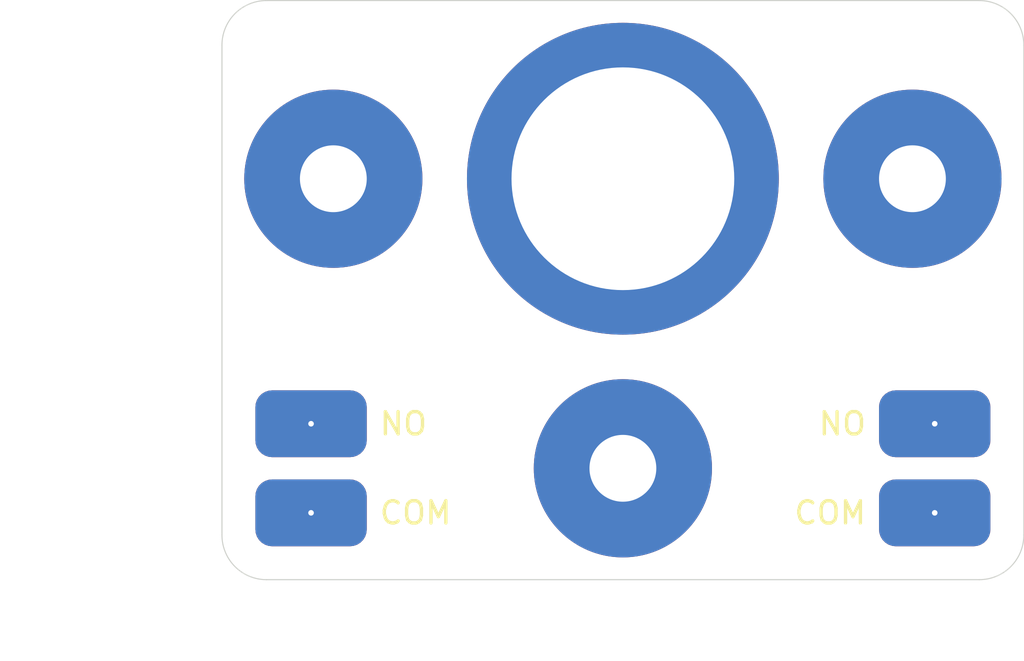
<source format=kicad_pcb>
(kicad_pcb (version 20171130) (host pcbnew 5.1.9+dfsg1-1)

  (general
    (thickness 1.6)
    (drawings 16)
    (tracks 0)
    (zones 0)
    (modules 6)
    (nets 3)
  )

  (page A4)
  (layers
    (0 F.Cu signal)
    (1 In1.Cu signal)
    (2 In2.Cu signal)
    (31 B.Cu signal)
    (32 B.Adhes user)
    (33 F.Adhes user)
    (34 B.Paste user)
    (35 F.Paste user)
    (36 B.SilkS user)
    (37 F.SilkS user)
    (38 B.Mask user)
    (39 F.Mask user)
    (40 Dwgs.User user)
    (41 Cmts.User user)
    (42 Eco1.User user)
    (43 Eco2.User user)
    (44 Edge.Cuts user)
    (45 Margin user)
    (46 B.CrtYd user)
    (47 F.CrtYd user)
    (48 B.Fab user)
    (49 F.Fab user)
  )

  (setup
    (last_trace_width 0.25)
    (user_trace_width 0.5)
    (trace_clearance 0.2)
    (zone_clearance 0.508)
    (zone_45_only no)
    (trace_min 0.2)
    (via_size 0.8)
    (via_drill 0.4)
    (via_min_size 0.4)
    (via_min_drill 0.3)
    (user_via 2 1)
    (uvia_size 0.3)
    (uvia_drill 0.1)
    (uvias_allowed no)
    (uvia_min_size 0.2)
    (uvia_min_drill 0.1)
    (edge_width 0.05)
    (segment_width 0.2)
    (pcb_text_width 0.3)
    (pcb_text_size 1.5 1.5)
    (mod_edge_width 0.12)
    (mod_text_size 1 1)
    (mod_text_width 0.15)
    (pad_size 1.524 1.524)
    (pad_drill 0.762)
    (pad_to_mask_clearance 0)
    (aux_axis_origin 0 0)
    (visible_elements FFFFFF7F)
    (pcbplotparams
      (layerselection 0x010fc_ffffffff)
      (usegerberextensions false)
      (usegerberattributes true)
      (usegerberadvancedattributes true)
      (creategerberjobfile true)
      (excludeedgelayer true)
      (linewidth 0.100000)
      (plotframeref false)
      (viasonmask false)
      (mode 1)
      (useauxorigin false)
      (hpglpennumber 1)
      (hpglpenspeed 20)
      (hpglpendiameter 15.000000)
      (psnegative false)
      (psa4output false)
      (plotreference true)
      (plotvalue true)
      (plotinvisibletext false)
      (padsonsilk false)
      (subtractmaskfromsilk false)
      (outputformat 1)
      (mirror false)
      (drillshape 1)
      (scaleselection 1)
      (outputdirectory ""))
  )

  (net 0 "")
  (net 1 "Net-(J1-Pad1)")
  (net 2 "Net-(J1-Pad2)")

  (net_class Default "This is the default net class."
    (clearance 0.2)
    (trace_width 0.25)
    (via_dia 0.8)
    (via_drill 0.4)
    (uvia_dia 0.3)
    (uvia_drill 0.1)
    (add_net "Net-(J1-Pad1)")
    (add_net "Net-(J1-Pad2)")
  )

  (module custom-footprints:m3-d8-mounting-hole (layer F.Cu) (tedit 63D220FC) (tstamp 63D27EA1)
    (at 67 90)
    (path /63D22A0B)
    (fp_text reference J3 (at 0 0.5) (layer F.SilkS) hide
      (effects (font (size 1 1) (thickness 0.15)))
    )
    (fp_text value BOLT_HOLE (at 0 -0.5) (layer F.Fab)
      (effects (font (size 1 1) (thickness 0.15)))
    )
    (pad 1 thru_hole circle (at 0 0) (size 8 8) (drill 3) (layers *.Cu *.Mask)
      (net 2 "Net-(J1-Pad2)"))
  )

  (module custom-footprints:m3-d8-mounting-hole (layer F.Cu) (tedit 63D220FC) (tstamp 63D27EA6)
    (at 80 103)
    (path /63D235F1)
    (fp_text reference J4 (at 0 0.5) (layer F.SilkS) hide
      (effects (font (size 1 1) (thickness 0.15)))
    )
    (fp_text value BOLT_HOLE (at 0 -0.5) (layer F.Fab)
      (effects (font (size 1 1) (thickness 0.15)))
    )
    (pad 1 thru_hole circle (at 0 0) (size 8 8) (drill 3) (layers *.Cu *.Mask)
      (net 2 "Net-(J1-Pad2)"))
  )

  (module custom-footprints:m3-d8-mounting-hole (layer F.Cu) (tedit 63D220FC) (tstamp 63D27EAB)
    (at 93 90)
    (path /63D238E6)
    (fp_text reference J5 (at 0 0.5) (layer F.SilkS) hide
      (effects (font (size 1 1) (thickness 0.15)))
    )
    (fp_text value BOLT_HOLE (at 0 -0.5) (layer F.Fab)
      (effects (font (size 1 1) (thickness 0.15)))
    )
    (pad 1 thru_hole circle (at 0 0) (size 8 8) (drill 3) (layers *.Cu *.Mask)
      (net 2 "Net-(J1-Pad2)"))
  )

  (module custom-footprints:m4-d14-nut-outer-ring- (layer F.Cu) (tedit 63D22189) (tstamp 63D27EB0)
    (at 80 90)
    (path /63D23BA4)
    (fp_text reference J6 (at 0 0.5) (layer F.SilkS) hide
      (effects (font (size 1 1) (thickness 0.15)))
    )
    (fp_text value RING_HOLE (at 0 -0.5) (layer F.Fab)
      (effects (font (size 1 1) (thickness 0.15)))
    )
    (pad 1 thru_hole circle (at 0 0) (size 14 14) (drill 10) (layers *.Cu *.Mask)
      (net 1 "Net-(J1-Pad1)"))
  )

  (module custom-footprints:solder-pin-th-2pin (layer F.Cu) (tedit 63D230B7) (tstamp 63D28819)
    (at 66 101 270)
    (path /63D21D6A)
    (fp_text reference J1 (at -3 2 90) (layer F.SilkS) hide
      (effects (font (size 1 1) (thickness 0.15)))
    )
    (fp_text value Conn_01x02_Female (at 0 -0.5 90) (layer F.Fab)
      (effects (font (size 1 1) (thickness 0.15)))
    )
    (pad 1 thru_hole roundrect (at 0 0 270) (size 3 5) (drill 0.25) (layers *.Cu *.Mask) (roundrect_rratio 0.25)
      (net 1 "Net-(J1-Pad1)"))
    (pad 2 thru_hole roundrect (at 4 0 270) (size 3 5) (drill 0.25) (layers *.Cu *.Mask) (roundrect_rratio 0.25)
      (net 2 "Net-(J1-Pad2)"))
  )

  (module custom-footprints:solder-pin-th-2pin (layer F.Cu) (tedit 63D230B7) (tstamp 63D2881F)
    (at 94 101 270)
    (path /63D22128)
    (fp_text reference J2 (at 0 0.5 90) (layer F.SilkS) hide
      (effects (font (size 1 1) (thickness 0.15)))
    )
    (fp_text value Conn_01x02_Female (at 0 -0.5 90) (layer F.Fab)
      (effects (font (size 1 1) (thickness 0.15)))
    )
    (pad 2 thru_hole roundrect (at 4 0 270) (size 3 5) (drill 0.25) (layers *.Cu *.Mask) (roundrect_rratio 0.25)
      (net 2 "Net-(J1-Pad2)"))
    (pad 1 thru_hole roundrect (at 0 0 270) (size 3 5) (drill 0.25) (layers *.Cu *.Mask) (roundrect_rratio 0.25)
      (net 1 "Net-(J1-Pad1)"))
  )

  (dimension 8 (width 0.15) (layer Dwgs.User)
    (gr_text "8.000 mm" (at 76 110.3) (layer Dwgs.User)
      (effects (font (size 1 1) (thickness 0.15)))
    )
    (feature1 (pts (xy 72 103) (xy 72 109.586421)))
    (feature2 (pts (xy 80 103) (xy 80 109.586421)))
    (crossbar (pts (xy 80 109) (xy 72 109)))
    (arrow1a (pts (xy 72 109) (xy 73.126504 108.413579)))
    (arrow1b (pts (xy 72 109) (xy 73.126504 109.586421)))
    (arrow2a (pts (xy 80 109) (xy 78.873496 108.413579)))
    (arrow2b (pts (xy 80 109) (xy 78.873496 109.586421)))
  )
  (dimension 8 (width 0.15) (layer Dwgs.User)
    (gr_text "8.000 mm" (at 55.7 94 270) (layer Dwgs.User)
      (effects (font (size 1 1) (thickness 0.15)))
    )
    (feature1 (pts (xy 67 98) (xy 56.413579 98)))
    (feature2 (pts (xy 67 90) (xy 56.413579 90)))
    (crossbar (pts (xy 57 90) (xy 57 98)))
    (arrow1a (pts (xy 57 98) (xy 56.413579 96.873496)))
    (arrow1b (pts (xy 57 98) (xy 57.586421 96.873496)))
    (arrow2a (pts (xy 57 90) (xy 56.413579 91.126504)))
    (arrow2b (pts (xy 57 90) (xy 57.586421 91.126504)))
  )
  (dimension 10 (width 0.15) (layer Dwgs.User)
    (gr_text "10.000 mm" (at 55.7 103 90) (layer Dwgs.User)
      (effects (font (size 1 1) (thickness 0.15)))
    )
    (feature1 (pts (xy 62 98) (xy 56.413579 98)))
    (feature2 (pts (xy 62 108) (xy 56.413579 108)))
    (crossbar (pts (xy 57 108) (xy 57 98)))
    (arrow1a (pts (xy 57 98) (xy 57.586421 99.126504)))
    (arrow1b (pts (xy 57 98) (xy 56.413579 99.126504)))
    (arrow2a (pts (xy 57 108) (xy 57.586421 106.873496)))
    (arrow2b (pts (xy 57 108) (xy 56.413579 106.873496)))
  )
  (dimension 10 (width 0.15) (layer Dwgs.User)
    (gr_text "10.000 mm" (at 67 112.3) (layer Dwgs.User)
      (effects (font (size 1 1) (thickness 0.15)))
    )
    (feature1 (pts (xy 72 108) (xy 72 111.586421)))
    (feature2 (pts (xy 62 108) (xy 62 111.586421)))
    (crossbar (pts (xy 62 111) (xy 72 111)))
    (arrow1a (pts (xy 72 111) (xy 70.873496 111.586421)))
    (arrow1b (pts (xy 72 111) (xy 70.873496 110.413579)))
    (arrow2a (pts (xy 62 111) (xy 63.126504 111.586421)))
    (arrow2b (pts (xy 62 111) (xy 63.126504 110.413579)))
  )
  (gr_text COM (at 91 105) (layer F.SilkS)
    (effects (font (size 1 1) (thickness 0.15)) (justify right))
  )
  (gr_text COM (at 69 105) (layer F.SilkS)
    (effects (font (size 1 1) (thickness 0.15)) (justify left))
  )
  (gr_text NO (at 91 101) (layer F.SilkS)
    (effects (font (size 1 1) (thickness 0.15)) (justify right))
  )
  (gr_text NO (at 69 101) (layer F.SilkS)
    (effects (font (size 1 1) (thickness 0.15)) (justify left))
  )
  (gr_arc (start 96 106) (end 96 108) (angle -90) (layer Edge.Cuts) (width 0.05))
  (gr_line (start 98 84) (end 98 106) (layer Edge.Cuts) (width 0.05))
  (gr_line (start 64 108) (end 96 108) (layer Edge.Cuts) (width 0.05))
  (gr_line (start 62 84) (end 62 106) (layer Edge.Cuts) (width 0.05) (tstamp 63D27F73))
  (gr_arc (start 64 106) (end 62 106) (angle -90) (layer Edge.Cuts) (width 0.05))
  (gr_line (start 64 82) (end 96 82) (layer Edge.Cuts) (width 0.05) (tstamp 63D27F72))
  (gr_arc (start 96 84) (end 98 84) (angle -90) (layer Edge.Cuts) (width 0.05))
  (gr_arc (start 64 84) (end 64 82) (angle -90) (layer Edge.Cuts) (width 0.05))

  (zone (net 2) (net_name "Net-(J1-Pad2)") (layer In1.Cu) (tstamp 63D2889B) (hatch edge 0.508)
    (connect_pads (clearance 0.508))
    (min_thickness 0.254)
    (fill yes (arc_segments 32) (thermal_gap 0.508) (thermal_bridge_width 0.508))
    (polygon
      (pts
        (xy 98 108) (xy 62 108) (xy 62 82) (xy 98 82)
      )
    )
    (filled_polygon
      (pts
        (xy 76.383471 83.23395) (xy 75.132971 84.069508) (xy 74.069508 85.132971) (xy 73.23395 86.383471) (xy 72.658408 87.772953)
        (xy 72.365 89.248018) (xy 72.365 90.751982) (xy 72.658408 92.227047) (xy 73.23395 93.616529) (xy 74.069508 94.867029)
        (xy 75.132971 95.930492) (xy 76.383471 96.76605) (xy 77.772953 97.341592) (xy 79.248018 97.635) (xy 80.751982 97.635)
        (xy 82.227047 97.341592) (xy 83.616529 96.76605) (xy 84.867029 95.930492) (xy 85.930492 94.867029) (xy 86.76605 93.616529)
        (xy 86.90976 93.26958) (xy 89.910025 93.26958) (xy 90.366197 93.841185) (xy 91.166183 94.281207) (xy 92.036641 94.556704)
        (xy 92.944121 94.657091) (xy 93.853748 94.578508) (xy 94.730566 94.323975) (xy 95.540879 93.903275) (xy 95.633803 93.841185)
        (xy 96.089975 93.26958) (xy 93 90.179605) (xy 89.910025 93.26958) (xy 86.90976 93.26958) (xy 87.341592 92.227047)
        (xy 87.635 90.751982) (xy 87.635 89.944121) (xy 88.342909 89.944121) (xy 88.421492 90.853748) (xy 88.676025 91.730566)
        (xy 89.096725 92.540879) (xy 89.158815 92.633803) (xy 89.73042 93.089975) (xy 92.820395 90) (xy 89.73042 86.910025)
        (xy 89.158815 87.366197) (xy 88.718793 88.166183) (xy 88.443296 89.036641) (xy 88.342909 89.944121) (xy 87.635 89.944121)
        (xy 87.635 89.248018) (xy 87.341592 87.772953) (xy 86.909761 86.73042) (xy 89.910025 86.73042) (xy 93 89.820395)
        (xy 96.089975 86.73042) (xy 95.633803 86.158815) (xy 94.833817 85.718793) (xy 93.963359 85.443296) (xy 93.055879 85.342909)
        (xy 92.146252 85.421492) (xy 91.269434 85.676025) (xy 90.459121 86.096725) (xy 90.366197 86.158815) (xy 89.910025 86.73042)
        (xy 86.909761 86.73042) (xy 86.76605 86.383471) (xy 85.930492 85.132971) (xy 84.867029 84.069508) (xy 83.616529 83.23395)
        (xy 82.23089 82.66) (xy 95.967721 82.66) (xy 96.259659 82.688625) (xy 96.509429 82.764035) (xy 96.739792 82.886522)
        (xy 96.94198 83.051422) (xy 97.108286 83.25245) (xy 97.232378 83.481954) (xy 97.309531 83.731195) (xy 97.34 84.021089)
        (xy 97.34 88.324638) (xy 97.323975 88.269434) (xy 96.903275 87.459121) (xy 96.841185 87.366197) (xy 96.26958 86.910025)
        (xy 93.179605 90) (xy 96.26958 93.089975) (xy 96.841185 92.633803) (xy 97.281207 91.833817) (xy 97.34 91.648054)
        (xy 97.340001 105.967711) (xy 97.311375 106.25966) (xy 97.235965 106.509429) (xy 97.113477 106.739794) (xy 97.050709 106.816755)
        (xy 97.089502 106.74418) (xy 97.125812 106.624482) (xy 97.138072 106.5) (xy 97.135 105.28575) (xy 96.97625 105.127)
        (xy 94.127 105.127) (xy 94.127 106.97625) (xy 94.28575 107.135) (xy 96.5 107.138072) (xy 96.624482 107.125812)
        (xy 96.74418 107.089502) (xy 96.817862 107.050117) (xy 96.747546 107.108288) (xy 96.518046 107.232378) (xy 96.268805 107.309531)
        (xy 95.978911 107.34) (xy 81.675363 107.34) (xy 81.730566 107.323975) (xy 82.540879 106.903275) (xy 82.633803 106.841185)
        (xy 82.906087 106.5) (xy 90.861928 106.5) (xy 90.874188 106.624482) (xy 90.910498 106.74418) (xy 90.969463 106.854494)
        (xy 91.048815 106.951185) (xy 91.145506 107.030537) (xy 91.25582 107.089502) (xy 91.375518 107.125812) (xy 91.5 107.138072)
        (xy 93.71425 107.135) (xy 93.873 106.97625) (xy 93.873 105.127) (xy 91.02375 105.127) (xy 90.865 105.28575)
        (xy 90.861928 106.5) (xy 82.906087 106.5) (xy 83.089975 106.26958) (xy 80 103.179605) (xy 76.910025 106.26958)
        (xy 77.366197 106.841185) (xy 78.166183 107.281207) (xy 78.351945 107.34) (xy 64.032279 107.34) (xy 63.74034 107.311375)
        (xy 63.490571 107.235965) (xy 63.260206 107.113477) (xy 63.183245 107.050709) (xy 63.25582 107.089502) (xy 63.375518 107.125812)
        (xy 63.5 107.138072) (xy 65.71425 107.135) (xy 65.873 106.97625) (xy 65.873 105.127) (xy 66.127 105.127)
        (xy 66.127 106.97625) (xy 66.28575 107.135) (xy 68.5 107.138072) (xy 68.624482 107.125812) (xy 68.74418 107.089502)
        (xy 68.854494 107.030537) (xy 68.951185 106.951185) (xy 69.030537 106.854494) (xy 69.089502 106.74418) (xy 69.125812 106.624482)
        (xy 69.138072 106.5) (xy 69.135 105.28575) (xy 68.97625 105.127) (xy 66.127 105.127) (xy 65.873 105.127)
        (xy 63.02375 105.127) (xy 62.865 105.28575) (xy 62.861928 106.5) (xy 62.874188 106.624482) (xy 62.910498 106.74418)
        (xy 62.949883 106.817862) (xy 62.891712 106.747546) (xy 62.767622 106.518046) (xy 62.690469 106.268805) (xy 62.66 105.978911)
        (xy 62.66 100.25) (xy 62.861928 100.25) (xy 62.861928 101.75) (xy 62.888599 102.020799) (xy 62.967589 102.281192)
        (xy 63.09586 102.521171) (xy 63.268485 102.731515) (xy 63.435173 102.868313) (xy 63.375518 102.874188) (xy 63.25582 102.910498)
        (xy 63.145506 102.969463) (xy 63.048815 103.048815) (xy 62.969463 103.145506) (xy 62.910498 103.25582) (xy 62.874188 103.375518)
        (xy 62.861928 103.5) (xy 62.865 104.71425) (xy 63.02375 104.873) (xy 65.873 104.873) (xy 65.873 104.853)
        (xy 66.127 104.853) (xy 66.127 104.873) (xy 68.97625 104.873) (xy 69.135 104.71425) (xy 69.138072 103.5)
        (xy 69.125812 103.375518) (xy 69.089502 103.25582) (xy 69.030537 103.145506) (xy 68.951185 103.048815) (xy 68.854494 102.969463)
        (xy 68.807084 102.944121) (xy 75.342909 102.944121) (xy 75.421492 103.853748) (xy 75.676025 104.730566) (xy 76.096725 105.540879)
        (xy 76.158815 105.633803) (xy 76.73042 106.089975) (xy 79.820395 103) (xy 80.179605 103) (xy 83.26958 106.089975)
        (xy 83.841185 105.633803) (xy 84.281207 104.833817) (xy 84.556704 103.963359) (xy 84.657091 103.055879) (xy 84.578508 102.146252)
        (xy 84.323975 101.269434) (xy 83.903275 100.459121) (xy 83.841185 100.366197) (xy 83.695585 100.25) (xy 90.861928 100.25)
        (xy 90.861928 101.75) (xy 90.888599 102.020799) (xy 90.967589 102.281192) (xy 91.09586 102.521171) (xy 91.268485 102.731515)
        (xy 91.435173 102.868313) (xy 91.375518 102.874188) (xy 91.25582 102.910498) (xy 91.145506 102.969463) (xy 91.048815 103.048815)
        (xy 90.969463 103.145506) (xy 90.910498 103.25582) (xy 90.874188 103.375518) (xy 90.861928 103.5) (xy 90.865 104.71425)
        (xy 91.02375 104.873) (xy 93.873 104.873) (xy 93.873 104.853) (xy 94.127 104.853) (xy 94.127 104.873)
        (xy 96.97625 104.873) (xy 97.135 104.71425) (xy 97.138072 103.5) (xy 97.125812 103.375518) (xy 97.089502 103.25582)
        (xy 97.030537 103.145506) (xy 96.951185 103.048815) (xy 96.854494 102.969463) (xy 96.74418 102.910498) (xy 96.624482 102.874188)
        (xy 96.564827 102.868313) (xy 96.731515 102.731515) (xy 96.90414 102.521171) (xy 97.032411 102.281192) (xy 97.111401 102.020799)
        (xy 97.138072 101.75) (xy 97.138072 100.25) (xy 97.111401 99.979201) (xy 97.032411 99.718808) (xy 96.90414 99.478829)
        (xy 96.731515 99.268485) (xy 96.521171 99.09586) (xy 96.281192 98.967589) (xy 96.020799 98.888599) (xy 95.75 98.861928)
        (xy 92.25 98.861928) (xy 91.979201 98.888599) (xy 91.718808 98.967589) (xy 91.478829 99.09586) (xy 91.268485 99.268485)
        (xy 91.09586 99.478829) (xy 90.967589 99.718808) (xy 90.888599 99.979201) (xy 90.861928 100.25) (xy 83.695585 100.25)
        (xy 83.26958 99.910025) (xy 80.179605 103) (xy 79.820395 103) (xy 76.73042 99.910025) (xy 76.158815 100.366197)
        (xy 75.718793 101.166183) (xy 75.443296 102.036641) (xy 75.342909 102.944121) (xy 68.807084 102.944121) (xy 68.74418 102.910498)
        (xy 68.624482 102.874188) (xy 68.564827 102.868313) (xy 68.731515 102.731515) (xy 68.90414 102.521171) (xy 69.032411 102.281192)
        (xy 69.111401 102.020799) (xy 69.138072 101.75) (xy 69.138072 100.25) (xy 69.111401 99.979201) (xy 69.035934 99.73042)
        (xy 76.910025 99.73042) (xy 80 102.820395) (xy 83.089975 99.73042) (xy 82.633803 99.158815) (xy 81.833817 98.718793)
        (xy 80.963359 98.443296) (xy 80.055879 98.342909) (xy 79.146252 98.421492) (xy 78.269434 98.676025) (xy 77.459121 99.096725)
        (xy 77.366197 99.158815) (xy 76.910025 99.73042) (xy 69.035934 99.73042) (xy 69.032411 99.718808) (xy 68.90414 99.478829)
        (xy 68.731515 99.268485) (xy 68.521171 99.09586) (xy 68.281192 98.967589) (xy 68.020799 98.888599) (xy 67.75 98.861928)
        (xy 64.25 98.861928) (xy 63.979201 98.888599) (xy 63.718808 98.967589) (xy 63.478829 99.09586) (xy 63.268485 99.268485)
        (xy 63.09586 99.478829) (xy 62.967589 99.718808) (xy 62.888599 99.979201) (xy 62.861928 100.25) (xy 62.66 100.25)
        (xy 62.66 93.26958) (xy 63.910025 93.26958) (xy 64.366197 93.841185) (xy 65.166183 94.281207) (xy 66.036641 94.556704)
        (xy 66.944121 94.657091) (xy 67.853748 94.578508) (xy 68.730566 94.323975) (xy 69.540879 93.903275) (xy 69.633803 93.841185)
        (xy 70.089975 93.26958) (xy 67 90.179605) (xy 63.910025 93.26958) (xy 62.66 93.26958) (xy 62.66 91.675363)
        (xy 62.676025 91.730566) (xy 63.096725 92.540879) (xy 63.158815 92.633803) (xy 63.73042 93.089975) (xy 66.820395 90)
        (xy 67.179605 90) (xy 70.26958 93.089975) (xy 70.841185 92.633803) (xy 71.281207 91.833817) (xy 71.556704 90.963359)
        (xy 71.657091 90.055879) (xy 71.578508 89.146252) (xy 71.323975 88.269434) (xy 70.903275 87.459121) (xy 70.841185 87.366197)
        (xy 70.26958 86.910025) (xy 67.179605 90) (xy 66.820395 90) (xy 63.73042 86.910025) (xy 63.158815 87.366197)
        (xy 62.718793 88.166183) (xy 62.66 88.351945) (xy 62.66 86.73042) (xy 63.910025 86.73042) (xy 67 89.820395)
        (xy 70.089975 86.73042) (xy 69.633803 86.158815) (xy 68.833817 85.718793) (xy 67.963359 85.443296) (xy 67.055879 85.342909)
        (xy 66.146252 85.421492) (xy 65.269434 85.676025) (xy 64.459121 86.096725) (xy 64.366197 86.158815) (xy 63.910025 86.73042)
        (xy 62.66 86.73042) (xy 62.66 84.032279) (xy 62.688625 83.740341) (xy 62.764035 83.490571) (xy 62.886522 83.260208)
        (xy 63.051422 83.05802) (xy 63.25245 82.891714) (xy 63.481954 82.767622) (xy 63.731195 82.690469) (xy 64.021088 82.66)
        (xy 77.76911 82.66)
      )
    )
  )
  (zone (net 1) (net_name "Net-(J1-Pad1)") (layer In2.Cu) (tstamp 63D28898) (hatch edge 0.508)
    (connect_pads (clearance 0.508))
    (min_thickness 0.254)
    (fill yes (arc_segments 32) (thermal_gap 0.508) (thermal_bridge_width 0.508))
    (polygon
      (pts
        (xy 98 108) (xy 62 108) (xy 62 82) (xy 98 82)
      )
    )
    (filled_polygon
      (pts
        (xy 77.225824 82.847193) (xy 75.883686 83.525847) (xy 75.593908 83.71947) (xy 74.777932 84.598326) (xy 80 89.820395)
        (xy 85.222068 84.598326) (xy 84.406092 83.71947) (xy 83.09616 82.980563) (xy 82.119812 82.66) (xy 95.967721 82.66)
        (xy 96.259659 82.688625) (xy 96.509429 82.764035) (xy 96.739792 82.886522) (xy 96.94198 83.051422) (xy 97.108286 83.25245)
        (xy 97.232378 83.481954) (xy 97.309531 83.731195) (xy 97.34 84.021089) (xy 97.34 88.365847) (xy 97.107484 87.804504)
        (xy 96.60024 87.04536) (xy 95.95464 86.39976) (xy 95.195496 85.892516) (xy 94.35198 85.54312) (xy 93.456508 85.365)
        (xy 92.543492 85.365) (xy 91.64802 85.54312) (xy 90.804504 85.892516) (xy 90.04536 86.39976) (xy 89.39976 87.04536)
        (xy 88.892516 87.804504) (xy 88.54312 88.64802) (xy 88.365 89.543492) (xy 88.365 90.456508) (xy 88.54312 91.35198)
        (xy 88.892516 92.195496) (xy 89.39976 92.95464) (xy 90.04536 93.60024) (xy 90.804504 94.107484) (xy 91.64802 94.45688)
        (xy 92.543492 94.635) (xy 93.456508 94.635) (xy 94.35198 94.45688) (xy 95.195496 94.107484) (xy 95.95464 93.60024)
        (xy 96.60024 92.95464) (xy 97.107484 92.195496) (xy 97.34 91.634153) (xy 97.340001 105.967711) (xy 97.311375 106.25966)
        (xy 97.235965 106.509429) (xy 97.113477 106.739794) (xy 96.948579 106.941979) (xy 96.747546 107.108288) (xy 96.518046 107.232378)
        (xy 96.268805 107.309531) (xy 95.978911 107.34) (xy 81.634153 107.34) (xy 82.195496 107.107484) (xy 82.95464 106.60024)
        (xy 83.60024 105.95464) (xy 84.107484 105.195496) (xy 84.45688 104.35198) (xy 84.635 103.456508) (xy 84.635 102.543492)
        (xy 84.626349 102.5) (xy 90.861928 102.5) (xy 90.874188 102.624482) (xy 90.910498 102.74418) (xy 90.969463 102.854494)
        (xy 91.048815 102.951185) (xy 91.145506 103.030537) (xy 91.25582 103.089502) (xy 91.375518 103.125812) (xy 91.435173 103.131687)
        (xy 91.268485 103.268485) (xy 91.09586 103.478829) (xy 90.967589 103.718808) (xy 90.888599 103.979201) (xy 90.861928 104.25)
        (xy 90.861928 105.75) (xy 90.888599 106.020799) (xy 90.967589 106.281192) (xy 91.09586 106.521171) (xy 91.268485 106.731515)
        (xy 91.478829 106.90414) (xy 91.718808 107.032411) (xy 91.979201 107.111401) (xy 92.25 107.138072) (xy 95.75 107.138072)
        (xy 96.020799 107.111401) (xy 96.281192 107.032411) (xy 96.521171 106.90414) (xy 96.731515 106.731515) (xy 96.90414 106.521171)
        (xy 97.032411 106.281192) (xy 97.111401 106.020799) (xy 97.138072 105.75) (xy 97.138072 104.25) (xy 97.111401 103.979201)
        (xy 97.032411 103.718808) (xy 96.90414 103.478829) (xy 96.731515 103.268485) (xy 96.564827 103.131687) (xy 96.624482 103.125812)
        (xy 96.74418 103.089502) (xy 96.854494 103.030537) (xy 96.951185 102.951185) (xy 97.030537 102.854494) (xy 97.089502 102.74418)
        (xy 97.125812 102.624482) (xy 97.138072 102.5) (xy 97.135 101.28575) (xy 96.97625 101.127) (xy 94.127 101.127)
        (xy 94.127 101.147) (xy 93.873 101.147) (xy 93.873 101.127) (xy 91.02375 101.127) (xy 90.865 101.28575)
        (xy 90.861928 102.5) (xy 84.626349 102.5) (xy 84.45688 101.64802) (xy 84.107484 100.804504) (xy 83.60024 100.04536)
        (xy 83.05488 99.5) (xy 90.861928 99.5) (xy 90.865 100.71425) (xy 91.02375 100.873) (xy 93.873 100.873)
        (xy 93.873 99.02375) (xy 94.127 99.02375) (xy 94.127 100.873) (xy 96.97625 100.873) (xy 97.135 100.71425)
        (xy 97.138072 99.5) (xy 97.125812 99.375518) (xy 97.089502 99.25582) (xy 97.030537 99.145506) (xy 96.951185 99.048815)
        (xy 96.854494 98.969463) (xy 96.74418 98.910498) (xy 96.624482 98.874188) (xy 96.5 98.861928) (xy 94.28575 98.865)
        (xy 94.127 99.02375) (xy 93.873 99.02375) (xy 93.71425 98.865) (xy 91.5 98.861928) (xy 91.375518 98.874188)
        (xy 91.25582 98.910498) (xy 91.145506 98.969463) (xy 91.048815 99.048815) (xy 90.969463 99.145506) (xy 90.910498 99.25582)
        (xy 90.874188 99.375518) (xy 90.861928 99.5) (xy 83.05488 99.5) (xy 82.95464 99.39976) (xy 82.195496 98.892516)
        (xy 81.35198 98.54312) (xy 80.456508 98.365) (xy 79.543492 98.365) (xy 78.64802 98.54312) (xy 77.804504 98.892516)
        (xy 77.04536 99.39976) (xy 76.39976 100.04536) (xy 75.892516 100.804504) (xy 75.54312 101.64802) (xy 75.365 102.543492)
        (xy 75.365 103.456508) (xy 75.54312 104.35198) (xy 75.892516 105.195496) (xy 76.39976 105.95464) (xy 77.04536 106.60024)
        (xy 77.804504 107.107484) (xy 78.365847 107.34) (xy 64.032279 107.34) (xy 63.74034 107.311375) (xy 63.490571 107.235965)
        (xy 63.260206 107.113477) (xy 63.058021 106.948579) (xy 62.891712 106.747546) (xy 62.767622 106.518046) (xy 62.690469 106.268805)
        (xy 62.66 105.978911) (xy 62.66 102.5) (xy 62.861928 102.5) (xy 62.874188 102.624482) (xy 62.910498 102.74418)
        (xy 62.969463 102.854494) (xy 63.048815 102.951185) (xy 63.145506 103.030537) (xy 63.25582 103.089502) (xy 63.375518 103.125812)
        (xy 63.435173 103.131687) (xy 63.268485 103.268485) (xy 63.09586 103.478829) (xy 62.967589 103.718808) (xy 62.888599 103.979201)
        (xy 62.861928 104.25) (xy 62.861928 105.75) (xy 62.888599 106.020799) (xy 62.967589 106.281192) (xy 63.09586 106.521171)
        (xy 63.268485 106.731515) (xy 63.478829 106.90414) (xy 63.718808 107.032411) (xy 63.979201 107.111401) (xy 64.25 107.138072)
        (xy 67.75 107.138072) (xy 68.020799 107.111401) (xy 68.281192 107.032411) (xy 68.521171 106.90414) (xy 68.731515 106.731515)
        (xy 68.90414 106.521171) (xy 69.032411 106.281192) (xy 69.111401 106.020799) (xy 69.138072 105.75) (xy 69.138072 104.25)
        (xy 69.111401 103.979201) (xy 69.032411 103.718808) (xy 68.90414 103.478829) (xy 68.731515 103.268485) (xy 68.564827 103.131687)
        (xy 68.624482 103.125812) (xy 68.74418 103.089502) (xy 68.854494 103.030537) (xy 68.951185 102.951185) (xy 69.030537 102.854494)
        (xy 69.089502 102.74418) (xy 69.125812 102.624482) (xy 69.138072 102.5) (xy 69.135 101.28575) (xy 68.97625 101.127)
        (xy 66.127 101.127) (xy 66.127 101.147) (xy 65.873 101.147) (xy 65.873 101.127) (xy 63.02375 101.127)
        (xy 62.865 101.28575) (xy 62.861928 102.5) (xy 62.66 102.5) (xy 62.66 99.5) (xy 62.861928 99.5)
        (xy 62.865 100.71425) (xy 63.02375 100.873) (xy 65.873 100.873) (xy 65.873 99.02375) (xy 66.127 99.02375)
        (xy 66.127 100.873) (xy 68.97625 100.873) (xy 69.135 100.71425) (xy 69.138072 99.5) (xy 69.125812 99.375518)
        (xy 69.089502 99.25582) (xy 69.030537 99.145506) (xy 68.951185 99.048815) (xy 68.854494 98.969463) (xy 68.74418 98.910498)
        (xy 68.624482 98.874188) (xy 68.5 98.861928) (xy 66.28575 98.865) (xy 66.127 99.02375) (xy 65.873 99.02375)
        (xy 65.71425 98.865) (xy 63.5 98.861928) (xy 63.375518 98.874188) (xy 63.25582 98.910498) (xy 63.145506 98.969463)
        (xy 63.048815 99.048815) (xy 62.969463 99.145506) (xy 62.910498 99.25582) (xy 62.874188 99.375518) (xy 62.861928 99.5)
        (xy 62.66 99.5) (xy 62.66 95.401674) (xy 74.777932 95.401674) (xy 75.593908 96.28053) (xy 76.90384 97.019437)
        (xy 78.332756 97.488591) (xy 79.825743 97.669963) (xy 81.325428 97.556583) (xy 82.774176 97.152807) (xy 84.116314 96.474153)
        (xy 84.406092 96.28053) (xy 85.222068 95.401674) (xy 80 90.179605) (xy 74.777932 95.401674) (xy 62.66 95.401674)
        (xy 62.66 91.634153) (xy 62.892516 92.195496) (xy 63.39976 92.95464) (xy 64.04536 93.60024) (xy 64.804504 94.107484)
        (xy 65.64802 94.45688) (xy 66.543492 94.635) (xy 67.456508 94.635) (xy 68.35198 94.45688) (xy 69.195496 94.107484)
        (xy 69.95464 93.60024) (xy 70.60024 92.95464) (xy 71.107484 92.195496) (xy 71.45688 91.35198) (xy 71.635 90.456508)
        (xy 71.635 89.825743) (xy 72.330037 89.825743) (xy 72.443417 91.325428) (xy 72.847193 92.774176) (xy 73.525847 94.116314)
        (xy 73.71947 94.406092) (xy 74.598326 95.222068) (xy 79.820395 90) (xy 80.179605 90) (xy 85.401674 95.222068)
        (xy 86.28053 94.406092) (xy 87.019437 93.09616) (xy 87.488591 91.667244) (xy 87.669963 90.174257) (xy 87.556583 88.674572)
        (xy 87.152807 87.225824) (xy 86.474153 85.883686) (xy 86.28053 85.593908) (xy 85.401674 84.777932) (xy 80.179605 90)
        (xy 79.820395 90) (xy 74.598326 84.777932) (xy 73.71947 85.593908) (xy 72.980563 86.90384) (xy 72.511409 88.332756)
        (xy 72.330037 89.825743) (xy 71.635 89.825743) (xy 71.635 89.543492) (xy 71.45688 88.64802) (xy 71.107484 87.804504)
        (xy 70.60024 87.04536) (xy 69.95464 86.39976) (xy 69.195496 85.892516) (xy 68.35198 85.54312) (xy 67.456508 85.365)
        (xy 66.543492 85.365) (xy 65.64802 85.54312) (xy 64.804504 85.892516) (xy 64.04536 86.39976) (xy 63.39976 87.04536)
        (xy 62.892516 87.804504) (xy 62.66 88.365847) (xy 62.66 84.032279) (xy 62.688625 83.740341) (xy 62.764035 83.490571)
        (xy 62.886522 83.260208) (xy 63.051422 83.05802) (xy 63.25245 82.891714) (xy 63.481954 82.767622) (xy 63.731195 82.690469)
        (xy 64.021088 82.66) (xy 77.897472 82.66)
      )
    )
  )
)

</source>
